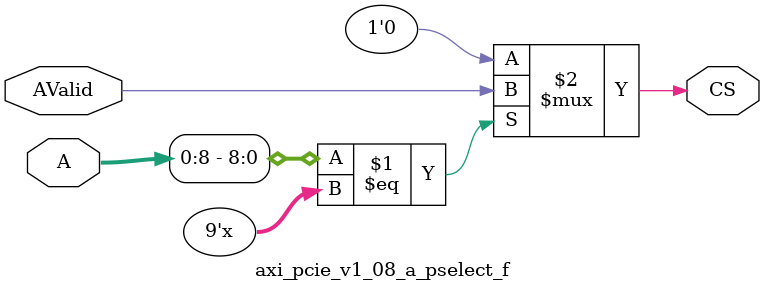
<source format=v>

`timescale 1ps/1ps

module axi_pcie_v1_08_a_pselect_f #(
  parameter                   C_AB      = 9,
  parameter                   C_AW      = 32,
  parameter [0:C_AW - 1]      C_BAR     =  'bz,
  parameter                   C_FAMILY  = "nofamily"
)(
  input      [0:C_AW-1]       A, 
  input                       AValid,
  output                      CS
);

// Local Paramater declaration
//--------------------------
localparam [0:C_AB-1]BAR = C_BAR[0:C_AB-1];

//------------------------------------------------------------------------------
// Behavioral decoder
//------------------------------------------------------------------------------
generate
if (C_AB > 0) begin : XST_WA
  assign CS = (A[0:C_AB - 1] == BAR[0:C_AB - 1]) ? AValid : 1'b0 ;
end

if (C_AB == 0) begin : PASS_ON_GEN
  assign CS = AValid ;
end
endgenerate

endmodule

</source>
